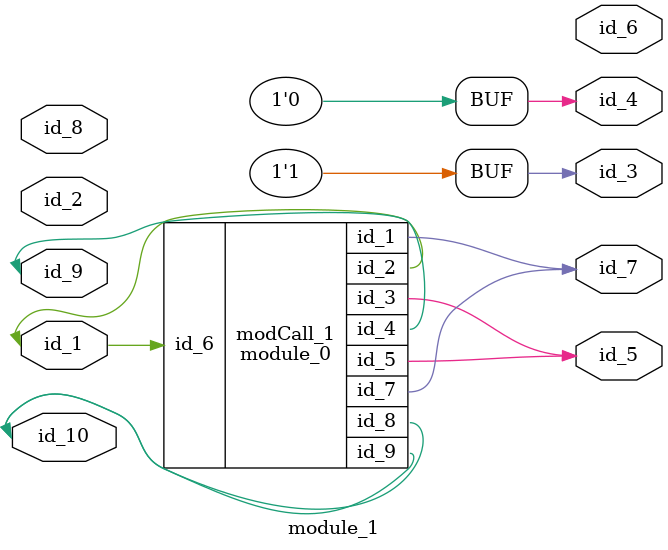
<source format=v>
module module_0 (
    id_1,
    id_2,
    id_3,
    id_4,
    id_5,
    id_6,
    id_7,
    id_8,
    id_9
);
  output wire id_9;
  inout wire id_8;
  output wire id_7;
  input wire id_6;
  output wire id_5;
  inout wire id_4;
  output wire id_3;
  inout wire id_2;
  output wire id_1;
  wire id_10;
  ;
endmodule
module module_1 (
    id_1,
    id_2,
    id_3,
    id_4,
    id_5,
    id_6,
    id_7,
    id_8,
    id_9,
    id_10
);
  inout wire id_10;
  inout wire id_9;
  input wire id_8;
  output wire id_7;
  output wire id_6;
  output wire id_5;
  output reg id_4;
  output reg id_3;
  input wire id_2;
  inout wire id_1;
  initial begin : LABEL_0
    id_3 <= 1;
    id_4 <= -1'd0;
  end
  module_0 modCall_1 (
      id_7,
      id_1,
      id_5,
      id_9,
      id_5,
      id_1,
      id_7,
      id_10,
      id_10
  );
endmodule

</source>
